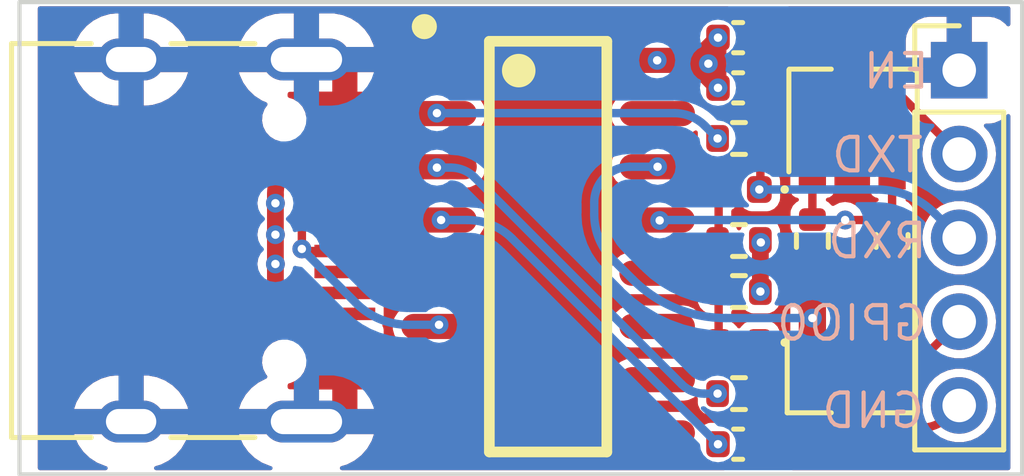
<source format=kicad_pcb>
(kicad_pcb (version 20211014) (generator pcbnew)
  (layers (0 "F.Cu" signal) (1 "In1.Cu" signal) (2 "In2.Cu" signal) (31 "B.Cu" signal) (34 "B.Paste" user) (35 "F.Paste" user) (36 "B.SilkS" user "B.Silkscreen") (37 "F.SilkS" user "F.Silkscreen") (38 "B.Mask" user) (39 "F.Mask" user) (44 "Edge.Cuts" user))
  (net 0 "")
  (net 1 "GND")
  (net 2 "/TXD")
  (net 3 "/RXD")
  (net 4 "Net-(D2-Pad2)")
  (net 5 "+5V")
  (net 6 "Net-(C3-Pad1)")
  (net 7 "Net-(D3-Pad2)")
  (net 9 "Net-(J2-PadA6)")
  (net 10 "Net-(J2-PadA7)")
  (net 14 "/GPIO0")
  (net 15 "Net-(Q1-Pad1)")
  (net 16 "Net-(R1-Pad2)")
  (net 17 "Net-(R2-Pad1)")
  (net 25 "Net-(Q1-Pad2)")
  (net 26 "/EN")
  (net 27 "Net-(Q2-Pad1)")
  (net 28 "Net-(Q2-Pad2)")
  (footprint "Connector_USB:USB_C_Receptacle_HRO_TYPE-C-31-M-12" (layer "F.Cu") (at 106.51 87.29 -90)
    (fp_text reference "J2" hide)
    (fp_text value "usbc" hide)
    (fp_line (start 4.7 -1.9) (end 4.7 0.1) (layer "F.SilkS") (width 0.12))
    (fp_line (start -4.7 2) (end -4.7 3.9) (layer "F.SilkS") (width 0.12))
    (fp_line (start -4.7 3.9) (end 4.7 3.9) (layer "F.SilkS") (width 0.12))
    (fp_line (start 4.7 2) (end 4.7 3.9) (layer "F.SilkS") (width 0.12))
    (fp_line (start -4.7 -1.9) (end -4.7 0.1) (layer "F.SilkS") (width 0.12))
    (pad "" np_thru_hole circle (at 2.89 -2.6 270) (size 0.65 0.65) (drill 0.65) (layers *.Cu *.Mask))
    (pad "" np_thru_hole circle (at -2.89 -2.6 270) (size 0.65 0.65) (drill 0.65) (layers *.Cu *.Mask))
    (pad "A1" smd rect (at -3.25 -4.045 270) (size 0.6 1.45) (layers "F.Cu" "F.Paste" "F.Mask") (net 1 "GND"))
    (pad "A4" smd rect (at -2.45 -4.045 270) (size 0.6 1.45) (layers "F.Cu" "F.Paste" "F.Mask") (net 5 "+5V"))
    (pad "A5" smd rect (at -1.25 -4.045 270) (size 0.3 1.45) (layers "F.Cu" "F.Paste" "F.Mask"))
    (pad "A6" smd rect (at -0.25 -4.045 270) (size 0.3 1.45) (layers "F.Cu" "F.Paste" "F.Mask") (net 9 "Net-(J2-PadA6)"))
    (pad "A7" smd rect (at 0.25 -4.045 270) (size 0.3 1.45) (layers "F.Cu" "F.Paste" "F.Mask") (net 10 "Net-(J2-PadA7)"))
    (pad "A8" smd rect (at 1.25 -4.045 270) (size 0.3 1.45) (layers "F.Cu" "F.Paste" "F.Mask"))
    (pad "A9" smd rect (at 2.45 -4.045 270) (size 0.6 1.45) (layers "F.Cu" "F.Paste" "F.Mask") (net 5 "+5V"))
    (pad "A12" smd rect (at 3.25 -4.045 270) (size 0.6 1.45) (layers "F.Cu" "F.Paste" "F.Mask") (net 1 "GND"))
    (pad "B1" smd rect (at 3.25 -4.045 270) (size 0.6 1.45) (layers "F.Cu" "F.Paste" "F.Mask") (net 1 "GND"))
    (pad "B4" smd rect (at 2.45 -4.045 270) (size 0.6 1.45) (layers "F.Cu" "F.Paste" "F.Mask") (net 5 "+5V"))
    (pad "B5" smd rect (at 1.75 -4.045 270) (size 0.3 1.45) (layers "F.Cu" "F.Paste" "F.Mask"))
    (pad "B6" smd rect (at 0.75 -4.045 270) (size 0.3 1.45) (layers "F.Cu" "F.Paste" "F.Mask") (net 9 "Net-(J2-PadA6)"))
    (pad "B7" smd rect (at -0.75 -4.045 270) (size 0.3 1.45) (layers "F.Cu" "F.Paste" "F.Mask") (net 10 "Net-(J2-PadA7)"))
    (pad "B8" smd rect (at -1.75 -4.045 270) (size 0.3 1.45) (layers "F.Cu" "F.Paste" "F.Mask"))
    (pad "B9" smd rect (at -2.45 -4.045 270) (size 0.6 1.45) (layers "F.Cu" "F.Paste" "F.Mask") (net 5 "+5V"))
    (pad "B12" smd rect (at -3.25 -4.045 270) (size 0.6 1.45) (layers "F.Cu" "F.Paste" "F.Mask") (net 1 "GND"))
    (pad "S1" thru_hole oval (at 4.32 1.05 270) (size 1 1.6) (drill oval 0.6 1.2) (layers *.Cu *.Mask) (net 1 "GND"))
    (pad "S1" thru_hole oval (at 4.32 -3.13 270) (size 1 2.1) (drill oval 0.6 1.7) (layers *.Cu *.Mask) (net 1 "GND"))
    (pad "S1" thru_hole oval (at -4.32 1.05 270) (size 1 1.6) (drill oval 0.6 1.2) (layers *.Cu *.Mask) (net 1 "GND"))
    (pad "S1" thru_hole oval (at -4.32 -3.13 270) (size 1 2.1) (drill oval 0.6 1.7) (layers *.Cu *.Mask) (net 1 "GND"))
  )
  (footprint "Resistor_SMD:R_0402_1005Metric" (layer "F.Cu") (at 119.95 90.942342)
    (fp_text reference "R2" hide)
    (fp_text value "470" hide)
    (fp_line (start -0.153641 0.38) (end 0.153641 0.38) (layer "F.SilkS") (width 0.12))
    (fp_line (start -0.153641 -0.38) (end 0.153641 -0.38) (layer "F.SilkS") (width 0.12))
    (pad "1" smd roundrect (at -0.51 0) (size 0.54 0.64) (layers "F.Cu" "F.Paste" "F.Mask") (net 17 "Net-(R2-Pad1)"))
    (pad "2" smd roundrect (at 0.51 0) (size 0.54 0.64) (layers "F.Cu" "F.Paste" "F.Mask") (net 2 "/TXD"))
  )
  (footprint "Resistor_SMD:R_0402_1005Metric" (layer "F.Cu") (at 121.7 87.3 -90)
    (fp_text reference "R4" hide)
    (fp_text value "12K" hide)
    (fp_line (start -0.153641 0.38) (end 0.153641 0.38) (layer "F.SilkS") (width 0.12))
    (fp_line (start -0.153641 -0.38) (end 0.153641 -0.38) (layer "F.SilkS") (width 0.12))
    (pad "1" smd roundrect (at -0.51 0 270) (size 0.54 0.64) (layers "F.Cu" "F.Paste" "F.Mask") (net 27 "Net-(Q2-Pad1)"))
    (pad "2" smd roundrect (at 0.51 0 270) (size 0.54 0.64) (layers "F.Cu" "F.Paste" "F.Mask") (net 25 "Net-(Q1-Pad2)"))
  )
  (footprint "Capacitor_SMD:C_0402_1005Metric" (layer "F.Cu") (at 119.93 92.15)
    (fp_text reference "C3" hide)
    (fp_text value "100nf" hide)
    (fp_line (start -0.107836 0.36) (end 0.107836 0.36) (layer "F.SilkS") (width 0.12))
    (fp_line (start -0.107836 -0.36) (end 0.107836 -0.36) (layer "F.SilkS") (width 0.12))
    (pad "1" smd roundrect (at -0.48 0) (size 0.56 0.62) (layers "F.Cu" "F.Paste" "F.Mask") (net 6 "Net-(C3-Pad1)"))
    (pad "2" smd roundrect (at 0.48 0) (size 0.56 0.62) (layers "F.Cu" "F.Paste" "F.Mask") (net 1 "GND"))
  )
  (footprint "LED_SMD:LED_0402_1005Metric" (layer "F.Cu") (at 119.95 86.071718 180)
    (fp_text reference "D3" hide)
    (fp_text value "RXD" hide)
    (fp_circle (center -1.09 0) (end -1.04 0) (layer "F.SilkS") (width 0.1) (fill none))
    (pad "1" smd roundrect (at -0.485 0 180) (size 0.59 0.64) (layers "F.Cu" "F.Paste" "F.Mask") (net 3 "/RXD"))
    (pad "2" smd roundrect (at 0.485 0 180) (size 0.59 0.64) (layers "F.Cu" "F.Paste" "F.Mask") (net 7 "Net-(D3-Pad2)"))
  )
  (footprint "Package_TO_SOT_SMD:TSOT-23" (layer "F.Cu") (at 122.65 90.45 -90)
    (fp_text reference "Q1" hide)
    (fp_text value "S8050" hide)
    (fp_line (start 0.95 0.5) (end 0.95 1.55) (layer "F.SilkS") (width 0.12))
    (fp_line (start 0.95 1.55) (end -0.9 1.55) (layer "F.SilkS") (width 0.12))
    (fp_line (start 0.95 -1.5) (end 0.95 -0.5) (layer "F.SilkS") (width 0.12))
    (fp_line (start 0.93 -1.51) (end -1.5 -1.51) (layer "F.SilkS") (width 0.12))
    (pad "1" smd rect (at -1.31 -0.95 270) (size 1.22 0.65) (layers "F.Cu" "F.Paste" "F.Mask") (net 15 "Net-(Q1-Pad1)"))
    (pad "2" smd rect (at -1.31 0.95 270) (size 1.22 0.65) (layers "F.Cu" "F.Paste" "F.Mask") (net 25 "Net-(Q1-Pad2)"))
    (pad "3" smd rect (at 1.31 0 270) (size 1.22 0.65) (layers "F.Cu" "F.Paste" "F.Mask") (net 26 "/EN"))
  )
  (footprint "Capacitor_SMD:C_0402_1005Metric" (layer "F.Cu") (at 119.93 82.44875)
    (fp_text reference "C1" hide)
    (fp_text value "10uf" hide)
    (fp_line (start -0.107836 -0.36) (end 0.107836 -0.36) (layer "F.SilkS") (width 0.12))
    (fp_line (start -0.107836 0.36) (end 0.107836 0.36) (layer "F.SilkS") (width 0.12))
    (pad "1" smd roundrect (at -0.48 0) (size 0.56 0.62) (layers "F.Cu" "F.Paste" "F.Mask") (net 5 "+5V"))
    (pad "2" smd roundrect (at 0.48 0) (size 0.56 0.62) (layers "F.Cu" "F.Paste" "F.Mask") (net 1 "GND"))
  )
  (footprint "Resistor_SMD:R_0402_1005Metric" (layer "F.Cu") (at 119.95 84.854062 180)
    (fp_text reference "R1" hide)
    (fp_text value "470" hide)
    (fp_line (start -0.153641 -0.38) (end 0.153641 -0.38) (layer "F.SilkS") (width 0.12))
    (fp_line (start -0.153641 0.38) (end 0.153641 0.38) (layer "F.SilkS") (width 0.12))
    (pad "1" smd roundrect (at -0.51 0 180) (size 0.54 0.64) (layers "F.Cu" "F.Paste" "F.Mask") (net 3 "/RXD"))
    (pad "2" smd roundrect (at 0.51 0 180) (size 0.54 0.64) (layers "F.Cu" "F.Paste" "F.Mask") (net 16 "Net-(R1-Pad2)"))
  )
  (footprint "Capacitor_SMD:C_0402_1005Metric" (layer "F.Cu") (at 119.93 83.646406)
    (fp_text reference "C2" hide)
    (fp_text value "100nf" hide)
    (fp_line (start -0.107836 0.36) (end 0.107836 0.36) (layer "F.SilkS") (width 0.12))
    (fp_line (start -0.107836 -0.36) (end 0.107836 -0.36) (layer "F.SilkS") (width 0.12))
    (pad "1" smd roundrect (at -0.48 0) (size 0.56 0.62) (layers "F.Cu" "F.Paste" "F.Mask") (net 5 "+5V"))
    (pad "2" smd roundrect (at 0.48 0) (size 0.56 0.62) (layers "F.Cu" "F.Paste" "F.Mask") (net 1 "GND"))
  )
  (footprint "Package_TO_SOT_SMD:TSOT-23" (layer "F.Cu") (at 122.65 84.15 90)
    (fp_text reference "Q2" hide)
    (fp_text value "S8050" hide)
    (fp_line (start 0.93 -1.51) (end -1.5 -1.51) (layer "F.SilkS") (width 0.12))
    (fp_line (start 0.95 -1.5) (end 0.95 -0.5) (layer "F.SilkS") (width 0.12))
    (fp_line (start 0.95 0.5) (end 0.95 1.55) (layer "F.SilkS") (width 0.12))
    (fp_line (start 0.95 1.55) (end -0.9 1.55) (layer "F.SilkS") (width 0.12))
    (pad "1" smd rect (at -1.31 -0.95 90) (size 1.22 0.65) (layers "F.Cu" "F.Paste" "F.Mask") (net 27 "Net-(Q2-Pad1)"))
    (pad "2" smd rect (at -1.31 0.95 90) (size 1.22 0.65) (layers "F.Cu" "F.Paste" "F.Mask") (net 28 "Net-(Q2-Pad2)"))
    (pad "3" smd rect (at 1.31 0 90) (size 1.22 0.65) (layers "F.Cu" "F.Paste" "F.Mask") (net 14 "/GPIO0"))
  )
  (footprint "Connector_PinHeader_2.00mm:PinHeader_1x05_P2.00mm_Vertical" (layer "F.Cu") (at 125.2 83.225)
    (fp_text reference "J1" hide)
    (fp_text value "TTL-connect-pin4" hide)
    (fp_line (start -1.06 0) (end -1.06 -1.06) (layer "F.SilkS") (width 0.12))
    (fp_line (start -1.06 -1.06) (end 0 -1.06) (layer "F.SilkS") (width 0.12))
    (fp_line (start -1.06 1) (end -1.06 9.06) (layer "F.SilkS") (width 0.12))
    (fp_line (start -1.06 1) (end 1.06 1) (layer "F.SilkS") (width 0.12))
    (fp_line (start -1.06 9.06) (end 1.06 9.06) (layer "F.SilkS") (width 0.12))
    (fp_line (start 1.06 1) (end 1.06 9.06) (layer "F.SilkS") (width 0.12))
    (pad "1" thru_hole rect (at 0 0) (size 1.35 1.35) (drill 0.8) (layers *.Cu *.Mask) (net 1 "GND"))
    (pad "2" thru_hole oval (at 0 2) (size 1.35 1.35) (drill 0.8) (layers *.Cu *.Mask) (net 14 "/GPIO0"))
    (pad "3" thru_hole oval (at 0 4) (size 1.35 1.35) (drill 0.8) (layers *.Cu *.Mask) (net 3 "/RXD"))
    (pad "4" thru_hole oval (at 0 6) (size 1.35 1.35) (drill 0.8) (layers *.Cu *.Mask) (net 2 "/TXD"))
    (pad "5" thru_hole oval (at 0 8) (size 1.35 1.35) (drill 0.8) (layers *.Cu *.Mask) (net 26 "/EN"))
  )
  (footprint "Resistor_SMD:R_0402_1005Metric" (layer "F.Cu") (at 123.6 87.3 90)
    (fp_text reference "R3" hide)
    (fp_text value "12K" hide)
    (fp_line (start -0.153641 -0.38) (end 0.153641 -0.38) (layer "F.SilkS") (width 0.12))
    (fp_line (start -0.153641 0.38) (end 0.153641 0.38) (layer "F.SilkS") (width 0.12))
    (pad "1" smd roundrect (at -0.51 0 90) (size 0.54 0.64) (layers "F.Cu" "F.Paste" "F.Mask") (net 15 "Net-(Q1-Pad1)"))
    (pad "2" smd roundrect (at 0.51 0 90) (size 0.54 0.64) (layers "F.Cu" "F.Paste" "F.Mask") (net 28 "Net-(Q2-Pad2)"))
  )
  (footprint "LED_SMD:LED_0402_1005Metric" (layer "F.Cu") (at 119.95 89.724686 180)
    (fp_text reference "D2" hide)
    (fp_text value "TXD" hide)
    (fp_circle (center -1.09 0) (end -1.04 0) (layer "F.SilkS") (width 0.1) (fill none))
    (pad "1" smd roundrect (at -0.485 0 180) (size 0.59 0.64) (layers "F.Cu" "F.Paste" "F.Mask") (net 2 "/TXD"))
    (pad "2" smd roundrect (at 0.485 0 180) (size 0.59 0.64) (layers "F.Cu" "F.Paste" "F.Mask") (net 4 "Net-(D2-Pad2)"))
  )
  (footprint "Resistor_SMD:R_0402_1005Metric" (layer "F.Cu") (at 119.95 88.50703 180)
    (fp_text reference "R5" hide)
    (fp_text value "4.7k" hide)
    (fp_line (start -0.153641 -0.38) (end 0.153641 -0.38) (layer "F.SilkS") (width 0.12))
    (fp_line (start -0.153641 0.38) (end 0.153641 0.38) (layer "F.SilkS") (width 0.12))
    (pad "1" smd roundrect (at -0.51 0 180) (size 0.54 0.64) (layers "F.Cu" "F.Paste" "F.Mask") (net 5 "+5V"))
    (pad "2" smd roundrect (at 0.51 0 180) (size 0.54 0.64) (layers "F.Cu" "F.Paste" "F.Mask") (net 4 "Net-(D2-Pad2)"))
  )
  (footprint "lc_lib:SOP-16_150MIL" (layer "F.Cu") (at 115.4 87.435 -90)
    (fp_text reference "U1" hide)
    (fp_text value "CH340C")
    (fp_line (start 4.9 1.4) (end 4.9 -1.4) (layer "F.SilkS") (width 0.254))
    (fp_line (start -4.9 1.4) (end 4.9 1.4) (layer "F.SilkS") (width 0.254))
    (fp_line (start -4.9 1.4) (end -4.9 -1.4) (layer "F.SilkS") (width 0.254))
    (fp_line (start -4.9 -1.4) (end 4.9 -1.4) (layer "F.SilkS") (width 0.254))
    (fp_circle (center -4.2 0.7) (end -4 0.7) (layer "F.SilkS") (width 0.4) (fill none))
    (fp_circle (center -5.25 2.95) (end -5.1 2.95) (layer "F.SilkS") (width 0.3) (fill none))
    (pad "1" smd oval locked (at -4.445 2.6 90) (size 0.6 1.8) (layers "F.Cu" "F.Paste" "F.Mask") (net 1 "GND"))
    (pad "2" smd oval locked (at -3.175 2.6 90) (size 0.6 1.8) (layers "F.Cu" "F.Paste" "F.Mask") (net 16 "Net-(R1-Pad2)"))
    (pad "3" smd oval locked (at -1.905 2.6 90) (size 0.6 1.8) (layers "F.Cu" "F.Paste" "F.Mask") (net 17 "Net-(R2-Pad1)"))
    (pad "4" smd oval locked (at -0.635 2.6 90) (size 0.6 1.8) (layers "F.Cu" "F.Paste" "F.Mask") (net 6 "Net-(C3-Pad1)"))
    (pad "5" smd oval locked (at 0.635 2.6 90) (size 0.6 1.8) (layers "F.Cu" "F.Paste" "F.Mask") (net 9 "Net-(J2-PadA6)"))
    (pad "6" smd oval locked (at 1.905 2.6 90) (size 0.6 1.8) (layers "F.Cu" "F.Paste" "F.Mask") (net 10 "Net-(J2-PadA7)"))
    (pad "7" smd oval locked (at 3.175 2.6 90) (size 0.6 1.8) (layers "F.Cu" "F.Paste" "F.Mask"))
    (pad "8" smd oval locked (at 4.445 2.6 90) (size 0.6 1.8) (layers "F.Cu" "F.Paste" "F.Mask"))
    (pad "9" smd oval locked (at 4.445 -2.6 90) (size 0.6 1.8) (layers "F.Cu" "F.Paste" "F.Mask"))
    (pad "10" smd oval locked (at 3.175 -2.6 90) (size 0.6 1.8) (layers "F.Cu" "F.Paste" "F.Mask"))
    (pad "11" smd oval locked (at 1.905 -2.6 90) (size 0.6 1.8) (layers "F.Cu" "F.Paste" "F.Mask"))
    (pad "12" smd oval locked (at 0.635 -2.6 90) (size 0.6 1.8) (layers "F.Cu" "F.Paste" "F.Mask"))
    (pad "13" smd oval locked (at -0.635 -2.6 90) (size 0.6 1.8) (layers "F.Cu" "F.Paste" "F.Mask") (net 28 "Net-(Q2-Pad2)"))
    (pad "14" smd oval locked (at -1.905 -2.6 90) (size 0.6 1.8) (layers "F.Cu" "F.Paste" "F.Mask") (net 25 "Net-(Q1-Pad2)"))
    (pad "15" smd oval locked (at -3.175 -2.6 90) (size 0.6 1.8) (layers "F.Cu" "F.Paste" "F.Mask"))
    (pad "16" smd oval locked (at -4.445 -2.6 90) (size 0.6 1.8) (layers "F.Cu" "F.Paste" "F.Mask") (net 5 "+5V"))
  )
  (footprint "Resistor_SMD:R_0402_1005Metric" (layer "F.Cu") (at 119.95 87.289374 180)
    (fp_text reference "R6" hide)
    (fp_text value "4.7k" hide)
    (fp_line (start -0.153641 0.38) (end 0.153641 0.38) (layer "F.SilkS") (width 0.12))
    (fp_line (start -0.153641 -0.38) (end 0.153641 -0.38) (layer "F.SilkS") (width 0.12))
    (pad "1" smd roundrect (at -0.51 0 180) (size 0.54 0.64) (layers "F.Cu" "F.Paste" "F.Mask") (net 5 "+5V"))
    (pad "2" smd roundrect (at 0.51 0 180) (size 0.54 0.64) (layers "F.Cu" "F.Paste" "F.Mask") (net 7 "Net-(D3-Pad2)"))
  )
  (gr_rect (start 102.8 81.6) (end 126.7 92.87) (layer "Edge.Cuts") (width 0.1) (fill none))
  (gr_text "GND\n" (at 123.15 91.35) (layer "B.SilkS") (effects (font (size 0.8 0.8) (thickness 0.1)) (justify mirror)))
  (gr_text "TXD\n" (at 123.25 85.25) (layer "B.SilkS") (effects (font (size 0.8 0.8) (thickness 0.1)) (justify mirror)))
  (gr_text "GPIO0" (at 122.643588 89.265497) (layer "B.SilkS") (effects (font (size 0.8 0.8) (thickness 0.1)) (justify mirror)))
  (gr_text "RXD" (at 123.25 87.3) (layer "B.SilkS") (effects (font (size 0.8 0.8) (thickness 0.1)) (justify mirror)))
  (gr_text "EN" (at 123.7 83.25) (layer "B.SilkS") (effects (font (size 0.8 0.8) (thickness 0.1)) (justify mirror)))
  (segment (start 124.387255 90.037744) (end 125.2 89.225) (width 0.2) (layer "F.Cu") (net 2))
  (segment (start 120.616802 90.850489) (end 122.425116 90.850489) (width 0.2) (layer "F.Cu") (net 2))
  (segment (start 120.4475 89.737186) (end 120.435 89.724686) (width 0.2) (layer "F.Cu") (net 2))
  (segment (start 120.46 90.877392) (end 120.46 89.767363) (width 0.2) (layer "F.Cu") (net 2))
  (arc (start 120.551853 90.850489) (mid 120.551853 90.850489) (end 120.551853 90.850489) (width 0.2) (layer "F.Cu") (net 2))
  (arc (start 120.616802 90.850489) (mid 120.584327 90.850489) (end 120.551853 90.850489) (width 0.2) (layer "F.Cu") (net 2))
  (arc (start 122.425116 90.850489) (mid 123.487018 90.639263) (end 124.387255 90.037744) (width 0.2) (layer "F.Cu") (net 2))
  (arc (start 120.551853 90.850489) (mid 120.493215 90.885639) (end 120.46 90.877392) (width 0.2) (layer "F.Cu") (net 2))
  (arc (start 120.551853 90.850489) (mid 120.493215 90.885639) (end 120.46 90.877392) (width 0.2) (layer "F.Cu") (net 2))
  (arc (start 120.551853 90.850489) (mid 120.551853 90.850489) (end 120.551853 90.850489) (width 0.2) (layer "F.Cu") (net 2))
  (arc (start 120.4475 89.737186) (mid 120.456751 89.751031) (end 120.46 89.767363) (width 0.2) (layer "F.Cu") (net 2))
  (arc (start 120.616802 90.850489) (mid 120.584327 90.850489) (end 120.551853 90.850489) (width 0.2) (layer "F.Cu") (net 2))
  (segment (start 120.46 86.02904) (end 120.46 84.854062) (width 0.2) (layer "F.Cu") (net 3))
  (segment (start 120.4475 86.059218) (end 120.435 86.071718) (width 0.2) (layer "F.Cu") (net 3))
  (via (at 120.435 86.071718) (size 0.45) (drill 0.2) (layers "F.Cu" "B.Cu") (net 3))
  (arc (start 120.46 86.02904) (mid 120.456751 86.045372) (end 120.4475 86.059218) (width 0.2) (layer "F.Cu") (net 3))
  (segment (start 124.623359 86.648359) (end 125.2 87.225) (width 0.2) (layer "B.Cu") (net 3))
  (segment (start 123.231224 86.071718) (end 120.435 86.071718) (width 0.2) (layer "B.Cu") (net 3))
  (arc (start 124.623359 86.648359) (mid 123.984642 86.221582) (end 123.231224 86.071718) (width 0.2) (layer "B.Cu") (net 3))
  (segment (start 119.4525 88.51953) (end 119.44 88.50703) (width 0.2) (layer "F.Cu") (net 4))
  (segment (start 119.465 88.549707) (end 119.465 89.724686) (width 0.2) (layer "F.Cu") (net 4))
  (arc (start 119.4525 88.51953) (mid 119.461751 88.533375) (end 119.465 88.549707) (width 0.2) (layer "F.Cu") (net 4))
  (segment (start 118 82.99) (end 118.396797 82.99) (width 0.4) (layer "F.Cu") (net 5))
  (segment (start 110.124814 84.84) (end 110.555 84.84) (width 0.4) (layer "F.Cu") (net 5))
  (segment (start 119.335 82.955) (end 119.22 83.07) (width 0.4) (layer "F.Cu") (net 5))
  (segment (start 119.179375 82.719375) (end 119.45 82.44875) (width 0.4) (layer "F.Cu") (net 5))
  (segment (start 120.471198 87.3345) (end 120.465599 87.340099) (width 0.4) (layer "F.Cu") (net 5))
  (segment (start 109.297314 89.342685) (end 109.390441 89.435812) (width 0.4) (layer "F.Cu") (net 5))
  (segment (start 109.390441 85.144187) (end 109.297314 85.237314) (width 0.4) (layer "F.Cu") (net 5))
  (segment (start 119.45 83.646406) (end 119.45 82.44875) (width 0.4) (layer "F.Cu") (net 5))
  (segment (start 108.9 88.383483) (end 108.9 86.196516) (width 0.4) (layer "F.Cu") (net 5))
  (segment (start 110.124814 89.74) (end 110.555 89.74) (width 0.4) (layer "F.Cu") (net 5))
  (segment (start 119.074171 83.270577) (end 119.45 83.646406) (width 0.4) (layer "F.Cu") (net 5))
  (segment (start 118 82.99) (end 118.526028 82.99) (width 0.4) (layer "F.Cu") (net 5))
  (segment (start 119.45 82.677365) (end 119.45 82.44875) (width 0.4) (layer "F.Cu") (net 5))
  (segment (start 120.46 87.353616) (end 120.46 88.50703) (width 0.4) (layer "F.Cu") (net 5))
  (via (at 120.46 88.50703) (size 0.45) (drill 0.2) (layers "F.Cu" "B.Cu") (net 5))
  (via (at 118 82.99) (size 0.45) (drill 0.2) (layers "F.Cu" "B.Cu") (net 5))
  (via (at 108.9 87.15) (size 0.45) (drill 0.2) (layers "F.Cu" "B.Cu") (net 5))
  (via (at 119.22 83.07) (size 0.45) (drill 0.2) (layers "F.Cu" "B.Cu") (net 5))
  (via (at 108.9 86.4) (size 0.45) (drill 0.2) (layers "F.Cu" "B.Cu") (net 5))
  (via (at 108.9 87.85) (size 0.45) (drill 0.2) (layers "F.Cu" "B.Cu") (net 5))
  (via (at 120.471198 87.3345) (size 0.45) (drill 0.2) (layers "F.Cu" "B.Cu") (net 5))
  (via (at 119.45 83.646406) (size 0.45) (drill 0.2) (layers "F.Cu" "B.Cu") (net 5))
  (via (at 119.45 82.44875) (size 0.45) (drill 0.2) (layers "F.Cu" "B.Cu") (net 5))
  (arc (start 108.9 86.196516) (mid 109.003258 85.677399) (end 109.297314 85.237314) (width 0.4) (layer "F.Cu") (net 5))
  (arc (start 110.124814 89.74) (mid 109.727374 89.660944) (end 109.390441 89.435812) (width 0.4) (layer "F.Cu") (net 5))
  (arc (start 118.526028 82.99) (mid 118.879616 82.919666) (end 119.179375 82.719375) (width 0.4) (layer "F.Cu") (net 5))
  (arc (start 109.297314 89.342685) (mid 109.003258 88.902599) (end 108.9 88.383483) (width 0.4) (layer "F.Cu") (net 5))
  (arc (start 119.335 82.955) (mid 119.420112 82.82762) (end 119.45 82.677365) (width 0.4) (layer "F.Cu") (net 5))
  (arc (start 109.390441 85.144187) (mid 109.727374 84.919055) (end 110.124814 84.84) (width 0.4) (layer "F.Cu") (net 5))
  (arc (start 120.46 87.353616) (mid 120.461455 87.3463) (end 120.465599 87.340099) (width 0.4) (layer "F.Cu") (net 5))
  (arc (start 119.074171 83.270577) (mid 118.763389 83.062919) (end 118.396797 82.99) (width 0.4) (layer "F.Cu") (net 5))
  (segment (start 112.85 86.8) (end 112.8 86.8) (width 0.2) (layer "F.Cu") (net 6))
  (via (at 119.45 92.15) (size 0.45) (drill 0.2) (layers "F.Cu" "B.Cu") (net 6))
  (via (at 112.85 86.8) (size 0.45) (drill 0.2) (layers "F.Cu" "B.Cu") (net 6))
  (segment (start 119.45 92.15) (end 114.541941 87.241941) (width 0.2) (layer "B.Cu") (net 6))
  (segment (start 112.85 86.8) (end 113.475 86.8) (width 0.2) (layer "B.Cu") (net 6))
  (arc (start 114.541941 87.241941) (mid 114.052424 86.914856) (end 113.475 86.8) (width 0.2) (layer "B.Cu") (net 6))
  (segment (start 119.4525 87.276874) (end 119.44 87.289374) (width 0.2) (layer "F.Cu") (net 7))
  (segment (start 119.465 87.246696) (end 119.465 86.071718) (width 0.2) (layer "F.Cu") (net 7))
  (arc (start 119.465 87.246696) (mid 119.461751 87.263028) (end 119.4525 87.276874) (width 0.2) (layer "F.Cu") (net 7))
  (segment (start 111.579511 87.953809) (end 111.579511 87.905) (width 0.2) (layer "F.Cu") (net 9))
  (segment (start 111.49332 87.04) (end 110.555 87.04) (width 0.2) (layer "F.Cu") (net 9))
  (segment (start 111.579511 87.905) (end 111.579511 87.735978) (width 0.2) (layer "F.Cu") (net 9))
  (segment (start 112.675244 87.945244) (end 112.8 88.07) (width 0.2) (layer "F.Cu") (net 9))
  (segment (start 111.664022 87.820489) (end 112.374058 87.820489) (width 0.2) (layer "F.Cu") (net 9))
  (segment (start 111.579511 87.12619) (end 111.579511 87.735978) (width 0.2) (layer "F.Cu") (net 9))
  (segment (start 111.49332 88.04) (end 110.555 88.04) (width 0.2) (layer "F.Cu") (net 9))
  (arc (start 111.664022 87.820489) (mid 111.604263 87.845241) (end 111.579511 87.905) (width 0.2) (layer "F.Cu") (net 9))
  (arc (start 112.374058 87.820489) (mid 112.537058 87.852911) (end 112.675244 87.945244) (width 0.2) (layer "F.Cu") (net 9))
  (arc (start 111.664022 87.820489) (mid 111.604263 87.795736) (end 111.579511 87.735978) (width 0.2) (layer "F.Cu") (net 9))
  (arc (start 111.49332 87.04) (mid 111.526304 87.04656) (end 111.554266 87.065244) (width 0.2) (layer "F.Cu") (net 9))
  (arc (start 111.554266 88.014755) (mid 111.57295 87.986793) (end 111.579511 87.953809) (width 0.2) (layer "F.Cu") (net 9))
  (arc (start 111.554266 88.014755) (mid 111.526304 88.033439) (end 111.49332 88.04) (width 0.2) (layer "F.Cu") (net 9))
  (arc (start 111.579511 87.12619) (mid 111.57295 87.093206) (end 111.554266 87.065244) (width 0.2) (layer "F.Cu") (net 9))
  (segment (start 109.616679 87.54) (end 110.555 87.54) (width 0.2) (layer "F.Cu") (net 10))
  (segment (start 109.616679 86.54) (end 110.555 86.54) (width 0.2) (layer "F.Cu") (net 10))
  (segment (start 112.8 89.3) (end 112.8 89.34) (width 0.2) (layer "F.Cu") (net 10))
  (segment (start 109.530489 86.62619) (end 109.530489 87.453809) (width 0.2) (layer "F.Cu") (net 10))
  (via (at 109.529832 87.490168) (size 0.45) (drill 0.2) (layers "F.Cu" "B.Cu") (net 10))
  (via (at 112.8 89.3) (size 0.45) (drill 0.2) (layers "F.Cu" "B.Cu") (net 10))
  (arc (start 109.555733 86.565244) (mid 109.583695 86.54656) (end 109.616679 86.54) (width 0.2) (layer "F.Cu") (net 10))
  (arc (start 109.530489 87.453809) (mid 109.537049 87.486793) (end 109.555733 87.514755) (width 0.2) (layer "F.Cu") (net 10))
  (arc (start 109.616679 87.54) (mid 109.583695 87.533439) (end 109.555733 87.514755) (width 0.2) (layer "F.Cu") (net 10))
  (arc (start 109.530489 86.62619) (mid 109.537049 86.593206) (end 109.555733 86.565244) (width 0.2) (layer "F.Cu") (net 10))
  (segment (start 112.8 89.3) (end 112.069832 89.3) (width 0.2) (layer "B.Cu") (net 10))
  (segment (start 109.529832 87.490168) (end 110.823357 88.783693) (width 0.2) (layer "B.Cu") (net 10))
  (arc (start 112.069832 89.3) (mid 111.395244 89.165816) (end 110.823357 88.783693) (width 0.2) (layer "B.Cu") (net 10))
  (segment (start 122.7325 82.84) (end 122.65 82.84) (width 0.2) (layer "F.Cu") (net 14))
  (segment (start 122.873336 82.898336) (end 125.2 85.225) (width 0.2) (layer "F.Cu") (net 14))
  (arc (start 122.873336 82.898336) (mid 122.808719 82.855161) (end 122.7325 82.84) (width 0.2) (layer "F.Cu") (net 14))
  (segment (start 123.6 89.14) (end 123.6 87.81) (width 0.2) (layer "F.Cu") (net 15))
  (segment (start 112.755 84.255) (end 112.75 84.25) (width 0.2) (layer "F.Cu") (net 16))
  (segment (start 112.767071 84.26) (end 112.8 84.26) (width 0.2) (layer "F.Cu") (net 16))
  (via (at 119.44 84.854062) (size 0.45) (drill 0.2) (layers "F.Cu" "B.Cu") (net 16))
  (via (at 112.75 84.25) (size 0.45) (drill 0.2) (layers "F.Cu" "B.Cu") (net 16))
  (arc (start 112.767071 84.26) (mid 112.760538 84.2587) (end 112.755 84.255) (width 0.2) (layer "F.Cu") (net 16))
  (segment (start 118.408801 84.25) (end 112.75 84.25) (width 0.2) (layer "B.Cu") (net 16))
  (segment (start 119.137969 84.552031) (end 119.44 84.854062) (width 0.2) (layer "B.Cu") (net 16))
  (arc (start 119.137969 84.552031) (mid 118.803424 84.328495) (end 118.408801 84.25) (width 0.2) (layer "B.Cu") (net 16))
  (segment (start 112.784142 85.53) (end 112.8 85.53) (width 0.2) (layer "F.Cu") (net 17))
  (segment (start 112.76 85.54) (end 112.75 85.55) (width 0.2) (layer "F.Cu") (net 17))
  (via (at 112.75 85.55) (size 0.45) (drill 0.2) (layers "F.Cu" "B.Cu") (net 17))
  (via (at 119.44 90.942342) (size 0.45) (drill 0.2) (layers "F.Cu" "B.Cu") (net 17))
  (arc (start 112.76 85.54) (mid 112.771076 85.532598) (end 112.784142 85.53) (width 0.2) (layer "F.Cu") (net 17))
  (segment (start 119.123668 90.942342) (end 119.44 90.942342) (width 0.2) (layer "B.Cu") (net 17))
  (segment (start 112.75 85.55) (end 113.082497 85.55) (width 0.2) (layer "B.Cu") (net 17))
  (segment (start 113.650104 85.78511) (end 118.583655 90.718661) (width 0.2) (layer "B.Cu") (net 17))
  (arc (start 113.650104 85.78511) (mid 113.389683 85.611103) (end 113.082497 85.55) (width 0.2) (layer "B.Cu") (net 17))
  (arc (start 118.583655 90.718661) (mid 118.831415 90.884209) (end 119.123668 90.942342) (width 0.2) (layer "B.Cu") (net 17))
  (segment (start 121.7 89.14) (end 121.7 87.81) (width 0.2) (layer "F.Cu") (net 25))
  (segment (start 118.01 85.53) (end 118 85.53) (width 0.2) (layer "F.Cu") (net 25))
  (via (at 121.7 89.14) (size 0.45) (drill 0.2) (layers "F.Cu" "B.Cu") (net 25))
  (via (at 118.01 85.53) (size 0.45) (drill 0.2) (layers "F.Cu" "B.Cu") (net 25))
  (segment (start 118.008449 85.529092) (end 117.350745 85.529092) (width 0.2) (layer "B.Cu") (net 25))
  (segment (start 118.009546 85.529546) (end 118.01 85.53) (width 0.2) (layer "B.Cu") (net 25))
  (segment (start 119.641076 89.14) (end 121.7 89.14) (width 0.2) (layer "B.Cu") (net 25))
  (segment (start 116.5 86.379837) (end 116.5 86.663723) (width 0.2) (layer "B.Cu") (net 25))
  (segment (start 117.42 88.22) (end 116.949915 87.749915) (width 0.2) (layer "B.Cu") (net 25))
  (arc (start 116.749177 85.778269) (mid 116.564758 86.05427) (end 116.5 86.379837) (width 0.2) (layer "B.Cu") (net 25))
  (arc (start 116.5 86.663723) (mid 116.616929 87.251566) (end 116.949915 87.749915) (width 0.2) (layer "B.Cu") (net 25))
  (arc (start 117.350745 85.529092) (mid 117.025178 85.59385) (end 116.749177 85.778269) (width 0.2) (layer "B.Cu") (net 25))
  (arc (start 118.009546 85.529546) (mid 118.009042 85.529209) (end 118.008449 85.529092) (width 0.2) (layer "B.Cu") (net 25))
  (arc (start 117.42 88.22) (mid 118.439038 88.900899) (end 119.641076 89.14) (width 0.2) (layer "B.Cu") (net 25))
  (segment (start 124.286697 91.76) (end 122.65 91.76) (width 0.2) (layer "F.Cu") (net 26))
  (segment (start 124.9325 91.4925) (end 125.2 91.225) (width 0.2) (layer "F.Cu") (net 26))
  (arc (start 124.9325 91.4925) (mid 124.636203 91.690479) (end 124.286697 91.76) (width 0.2) (layer "F.Cu") (net 26))
  (segment (start 121.7 86.79) (end 121.7 85.46) (width 0.2) (layer "F.Cu") (net 27))
  (segment (start 118.055 86.805) (end 118.06 86.81) (width 0.2) (layer "F.Cu") (net 28))
  (segment (start 123.6 86.782928) (end 123.6 85.46) (width 0.2) (layer "F.Cu") (net 28))
  (segment (start 118.042928 86.8) (end 118 86.8) (width 0.2) (layer "F.Cu") (net 28))
  (segment (start 122.48 86.8) (end 123.582928 86.8) (width 0.2) (layer "F.Cu") (net 28))
  (via (at 122.48 86.8) (size 0.45) (drill 0.2) (layers "F.Cu" "B.Cu") (net 28))
  (via (at 118.06 86.81) (size 0.45) (drill 0.2) (layers "F.Cu" "B.Cu") (net 28))
  (arc (start 123.595 86.795) (mid 123.5987 86.789461) (end 123.6 86.782928) (width 0.2) (layer "F.Cu") (net 28))
  (arc (start 118.055 86.805) (mid 118.049461 86.801299) (end 118.042928 86.8) (width 0.2) (layer "F.Cu") (net 28))
  (arc (start 123.595 86.795) (mid 123.589461 86.7987) (end 123.582928 86.8) (width 0.2) (layer "F.Cu") (net 28))
  (segment (start 118.06 86.81) (end 118.065 86.805) (width 0.2) (layer "B.Cu") (net 28))
  (segment (start 122.48 86.8) (end 118.077071 86.8) (width 0.2) (layer "B.Cu") (net 28))
  (arc (start 118.077071 86.8) (mid 118.070538 86.801299) (end 118.065 86.805) (width 0.2) (layer "B.Cu") (net 28))
  (zone (net 1) (net_name "GND") (layers "F.Cu" "In2.Cu" "B.Cu") (connect_pads (clearance 0.1)) (min_thickness 0.1) (fill yes (thermal_gap 0.6) (thermal_bridge_width 0.6))
    (polygon (pts (xy 126.42 92.808) (xy 103.236 92.808) (xy 103.236 81.636) (xy 126.42 81.636)))
  )
)
</source>
